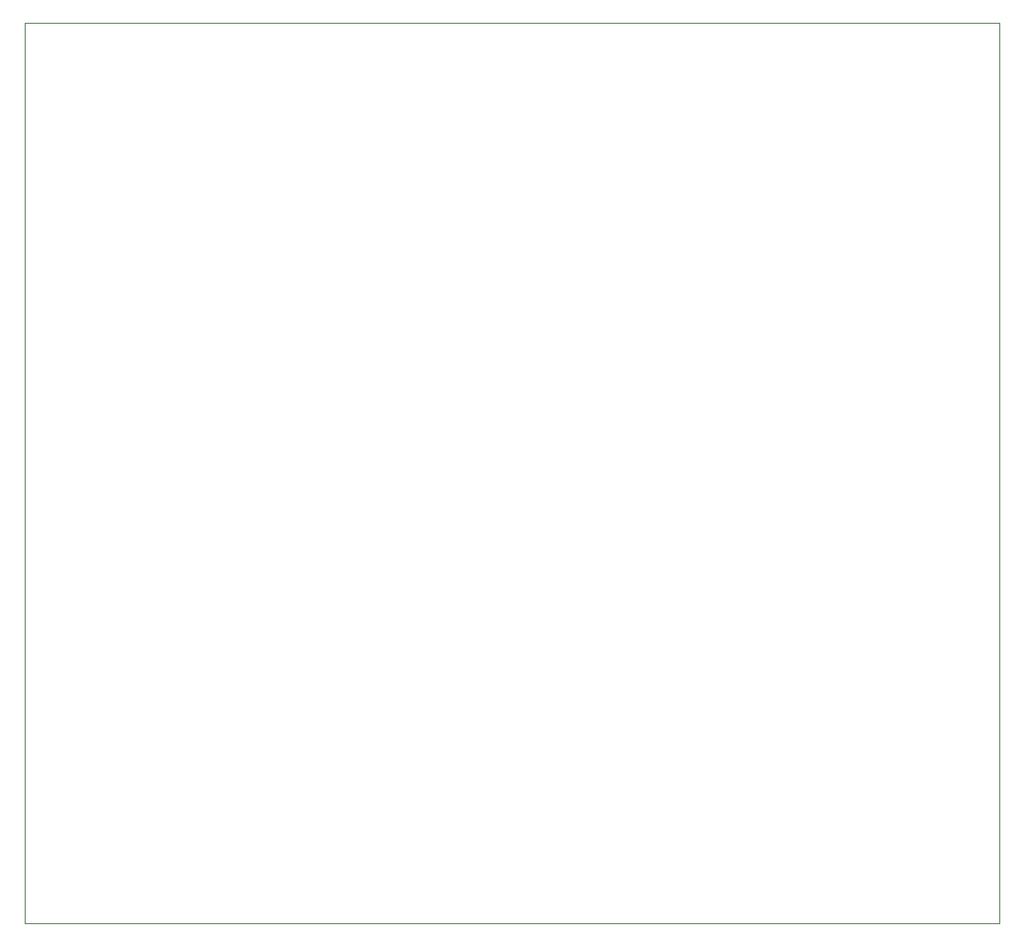
<source format=gm1>
G04 #@! TF.GenerationSoftware,KiCad,Pcbnew,7.0.1*
G04 #@! TF.CreationDate,2023-03-29T21:31:27+02:00*
G04 #@! TF.ProjectId,Kallebol_elevation,4b616c6c-6562-46f6-9c5f-656c65766174,rev?*
G04 #@! TF.SameCoordinates,Original*
G04 #@! TF.FileFunction,Profile,NP*
%FSLAX46Y46*%
G04 Gerber Fmt 4.6, Leading zero omitted, Abs format (unit mm)*
G04 Created by KiCad (PCBNEW 7.0.1) date 2023-03-29 21:31:27*
%MOMM*%
%LPD*%
G01*
G04 APERTURE LIST*
G04 #@! TA.AperFunction,Profile*
%ADD10C,0.050000*%
G04 #@! TD*
G04 APERTURE END LIST*
D10*
X135128000Y-45212000D02*
X48260000Y-45212000D01*
X48260000Y-45212000D02*
X48260000Y-125476000D01*
X135128000Y-125476000D02*
X135128000Y-45212000D01*
X48260000Y-125476000D02*
X135128000Y-125476000D01*
M02*

</source>
